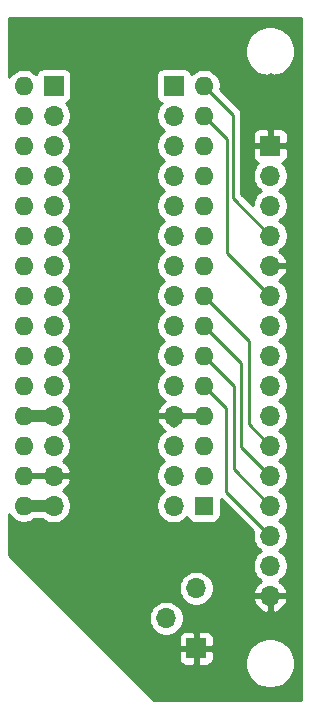
<source format=gbr>
%TF.GenerationSoftware,KiCad,Pcbnew,(5.1.6)-1*%
%TF.CreationDate,2022-01-07T20:02:17-04:00*%
%TF.ProjectId,LCD_adapter,4c43445f-6164-4617-9074-65722e6b6963,rev?*%
%TF.SameCoordinates,Original*%
%TF.FileFunction,Copper,L1,Top*%
%TF.FilePolarity,Positive*%
%FSLAX46Y46*%
G04 Gerber Fmt 4.6, Leading zero omitted, Abs format (unit mm)*
G04 Created by KiCad (PCBNEW (5.1.6)-1) date 2022-01-07 20:02:17*
%MOMM*%
%LPD*%
G01*
G04 APERTURE LIST*
%TA.AperFunction,ComponentPad*%
%ADD10O,1.700000X1.700000*%
%TD*%
%TA.AperFunction,ComponentPad*%
%ADD11R,1.700000X1.700000*%
%TD*%
%TA.AperFunction,ComponentPad*%
%ADD12O,1.600000X1.600000*%
%TD*%
%TA.AperFunction,ComponentPad*%
%ADD13R,1.600000X1.600000*%
%TD*%
%TA.AperFunction,ViaPad*%
%ADD14C,0.800000*%
%TD*%
%TA.AperFunction,Conductor*%
%ADD15C,0.250000*%
%TD*%
%TA.AperFunction,Conductor*%
%ADD16C,1.000000*%
%TD*%
%TA.AperFunction,Conductor*%
%ADD17C,0.400000*%
%TD*%
%TA.AperFunction,Conductor*%
%ADD18C,0.254000*%
%TD*%
G04 APERTURE END LIST*
D10*
%TO.P,J2,15*%
%TO.N,/D1*%
X163830000Y-100330000D03*
%TO.P,J2,14*%
%TO.N,/D0*%
X163830000Y-97790000D03*
%TO.P,J2,13*%
%TO.N,/nRST*%
X163830000Y-95250000D03*
%TO.P,J2,12*%
%TO.N,GND*%
X163830000Y-92710000D03*
%TO.P,J2,11*%
%TO.N,/D2*%
X163830000Y-90170000D03*
%TO.P,J2,10*%
%TO.N,/D3*%
X163830000Y-87630000D03*
%TO.P,J2,9*%
%TO.N,/D4*%
X163830000Y-85090000D03*
%TO.P,J2,8*%
%TO.N,/D5*%
X163830000Y-82550000D03*
%TO.P,J2,7*%
%TO.N,/D6*%
X163830000Y-80010000D03*
%TO.P,J2,6*%
%TO.N,/D7*%
X163830000Y-77470000D03*
%TO.P,J2,5*%
%TO.N,/D8*%
X163830000Y-74930000D03*
%TO.P,J2,4*%
%TO.N,/D9*%
X163830000Y-72390000D03*
%TO.P,J2,3*%
%TO.N,/D10*%
X163830000Y-69850000D03*
%TO.P,J2,2*%
%TO.N,/D11*%
X163830000Y-67310000D03*
D11*
%TO.P,J2,1*%
%TO.N,/D12*%
X163830000Y-64770000D03*
%TD*%
D10*
%TO.P,J1,15*%
%TO.N,/Vin*%
X153670000Y-100330000D03*
%TO.P,J1,14*%
%TO.N,GND*%
X153670000Y-97790000D03*
%TO.P,J1,13*%
%TO.N,/nRST*%
X153670000Y-95250000D03*
%TO.P,J1,12*%
%TO.N,VDD*%
X153670000Y-92710000D03*
%TO.P,J1,11*%
%TO.N,/A7*%
X153670000Y-90170000D03*
%TO.P,J1,10*%
%TO.N,/A6*%
X153670000Y-87630000D03*
%TO.P,J1,9*%
%TO.N,/A5*%
X153670000Y-85090000D03*
%TO.P,J1,8*%
%TO.N,/A4*%
X153670000Y-82550000D03*
%TO.P,J1,7*%
%TO.N,/A3*%
X153670000Y-80010000D03*
%TO.P,J1,6*%
%TO.N,/A2*%
X153670000Y-77470000D03*
%TO.P,J1,5*%
%TO.N,/A1*%
X153670000Y-74930000D03*
%TO.P,J1,4*%
%TO.N,/A0*%
X153670000Y-72390000D03*
%TO.P,J1,3*%
%TO.N,/AREF*%
X153670000Y-69850000D03*
%TO.P,J1,2*%
%TO.N,/3V3*%
X153670000Y-67310000D03*
D11*
%TO.P,J1,1*%
%TO.N,/D13*%
X153670000Y-64770000D03*
%TD*%
D12*
%TO.P,A1,16*%
%TO.N,/D13*%
X151130000Y-64770000D03*
%TO.P,A1,15*%
%TO.N,/D12*%
X166370000Y-64770000D03*
%TO.P,A1,30*%
%TO.N,/Vin*%
X151130000Y-100330000D03*
%TO.P,A1,14*%
%TO.N,/D11*%
X166370000Y-67310000D03*
%TO.P,A1,29*%
%TO.N,GND*%
X151130000Y-97790000D03*
%TO.P,A1,13*%
%TO.N,/D10*%
X166370000Y-69850000D03*
%TO.P,A1,28*%
%TO.N,/nRST*%
X151130000Y-95250000D03*
%TO.P,A1,12*%
%TO.N,/D9*%
X166370000Y-72390000D03*
%TO.P,A1,27*%
%TO.N,VDD*%
X151130000Y-92710000D03*
%TO.P,A1,11*%
%TO.N,/D8*%
X166370000Y-74930000D03*
%TO.P,A1,26*%
%TO.N,/A7*%
X151130000Y-90170000D03*
%TO.P,A1,10*%
%TO.N,/D7*%
X166370000Y-77470000D03*
%TO.P,A1,25*%
%TO.N,/A6*%
X151130000Y-87630000D03*
%TO.P,A1,9*%
%TO.N,/D6*%
X166370000Y-80010000D03*
%TO.P,A1,24*%
%TO.N,/A5*%
X151130000Y-85090000D03*
%TO.P,A1,8*%
%TO.N,/D5*%
X166370000Y-82550000D03*
%TO.P,A1,23*%
%TO.N,/A4*%
X151130000Y-82550000D03*
%TO.P,A1,7*%
%TO.N,/D4*%
X166370000Y-85090000D03*
%TO.P,A1,22*%
%TO.N,/A3*%
X151130000Y-80010000D03*
%TO.P,A1,6*%
%TO.N,/D3*%
X166370000Y-87630000D03*
%TO.P,A1,21*%
%TO.N,/A2*%
X151130000Y-77470000D03*
%TO.P,A1,5*%
%TO.N,/D2*%
X166370000Y-90170000D03*
%TO.P,A1,20*%
%TO.N,/A1*%
X151130000Y-74930000D03*
%TO.P,A1,4*%
%TO.N,GND*%
X166370000Y-92710000D03*
%TO.P,A1,19*%
%TO.N,/A0*%
X151130000Y-72390000D03*
%TO.P,A1,3*%
%TO.N,/nRST*%
X166370000Y-95250000D03*
%TO.P,A1,18*%
%TO.N,/AREF*%
X151130000Y-69850000D03*
%TO.P,A1,2*%
%TO.N,/D0*%
X166370000Y-97790000D03*
%TO.P,A1,17*%
%TO.N,/3V3*%
X151130000Y-67310000D03*
D13*
%TO.P,A1,1*%
%TO.N,/D1*%
X166370000Y-100330000D03*
%TD*%
D10*
%TO.P,RV1,3*%
%TO.N,VDD*%
X165735000Y-107315000D03*
%TO.P,RV1,2*%
%TO.N,Net-(RV1-Pad2)*%
X163195000Y-109855000D03*
D11*
%TO.P,RV1,1*%
%TO.N,GND*%
X165735000Y-112395000D03*
%TD*%
D10*
%TO.P,U1,16*%
%TO.N,GND*%
X172000000Y-107950000D03*
%TO.P,U1,15*%
%TO.N,VDD*%
X172000000Y-105410000D03*
%TO.P,U1,14*%
%TO.N,/D2*%
X172000000Y-102870000D03*
%TO.P,U1,13*%
%TO.N,/D3*%
X172000000Y-100330000D03*
%TO.P,U1,12*%
%TO.N,/D4*%
X172000000Y-97790000D03*
%TO.P,U1,11*%
%TO.N,/D5*%
X172000000Y-95250000D03*
%TO.P,U1,10*%
%TO.N,Net-(U1-Pad10)*%
X172000000Y-92710000D03*
%TO.P,U1,9*%
%TO.N,Net-(U1-Pad9)*%
X172000000Y-90170000D03*
%TO.P,U1,8*%
%TO.N,Net-(U1-Pad8)*%
X172000000Y-87630000D03*
%TO.P,U1,7*%
%TO.N,Net-(U1-Pad7)*%
X172000000Y-85090000D03*
%TO.P,U1,6*%
%TO.N,/D11*%
X172000000Y-82550000D03*
%TO.P,U1,5*%
%TO.N,GND*%
X172000000Y-80010000D03*
%TO.P,U1,4*%
%TO.N,/D12*%
X172000000Y-77470000D03*
%TO.P,U1,3*%
%TO.N,Net-(RV1-Pad2)*%
X172000000Y-74930000D03*
%TO.P,U1,2*%
%TO.N,VDD*%
X172000000Y-72390000D03*
D11*
%TO.P,U1,1*%
%TO.N,GND*%
X172000000Y-69850000D03*
%TD*%
D14*
%TO.N,GND*%
X150495000Y-60325000D03*
X151130000Y-104140000D03*
X167640000Y-110490000D03*
X159385000Y-112395000D03*
X153670000Y-97790000D03*
X159385000Y-103505000D03*
X161290000Y-92710000D03*
X156210000Y-83185000D03*
X163830000Y-93345000D03*
X165735000Y-102235000D03*
X168910000Y-102235000D03*
X172085000Y-67310000D03*
X172085000Y-64135000D03*
X156210000Y-64135000D03*
X161290000Y-64135000D03*
X161290000Y-69215000D03*
X156210000Y-72390000D03*
X156210000Y-92710000D03*
X156210000Y-97790000D03*
X161925000Y-73025000D03*
X161290000Y-83185000D03*
X156210000Y-60325000D03*
X161290000Y-60325000D03*
X167640000Y-60325000D03*
X163195000Y-115570000D03*
X168910000Y-115570000D03*
X173355000Y-110490000D03*
%TO.N,/D8*%
X163830000Y-74930000D03*
%TO.N,/A1*%
X153670000Y-74930000D03*
%TD*%
D15*
%TO.N,/D12*%
X168819998Y-67219998D02*
X166370000Y-64770000D01*
X172000000Y-77470000D02*
X168819998Y-74289998D01*
X168819998Y-74289998D02*
X168819998Y-67219998D01*
%TO.N,/D11*%
X172000000Y-82550000D02*
X168369987Y-78919987D01*
X168369987Y-69309987D02*
X166370000Y-67310000D01*
X168369987Y-78919987D02*
X168369987Y-69309987D01*
D16*
%TO.N,VDD*%
X151130000Y-92710000D02*
X153670000Y-92710000D01*
D15*
%TO.N,/D5*%
X170180000Y-86360000D02*
X166370000Y-82550000D01*
X172000000Y-95250000D02*
X170180000Y-93430000D01*
X170180000Y-93430000D02*
X170180000Y-86360000D01*
%TO.N,/D4*%
X169545000Y-88265000D02*
X166370000Y-85090000D01*
X172000000Y-97790000D02*
X169545000Y-95335000D01*
X169545000Y-95335000D02*
X169545000Y-88265000D01*
%TO.N,/D3*%
X172000000Y-100330000D02*
X168910000Y-97240000D01*
X168910000Y-90170000D02*
X166370000Y-87630000D01*
X168910000Y-97240000D02*
X168910000Y-90170000D01*
%TO.N,/D2*%
X168275000Y-92075000D02*
X166370000Y-90170000D01*
X172000000Y-102870000D02*
X168275000Y-99145000D01*
X168275000Y-99145000D02*
X168275000Y-92075000D01*
D17*
%TO.N,Net-(RV1-Pad2)*%
X172000000Y-74930000D02*
X172000000Y-74845000D01*
D16*
%TO.N,/Vin*%
X151130000Y-100330000D02*
X153670000Y-100330000D01*
%TD*%
D18*
%TO.N,GND*%
G36*
X174600000Y-110457581D02*
G01*
X174600000Y-110457582D01*
X174600001Y-116815000D01*
X162198381Y-116815000D01*
X159239614Y-113856233D01*
X158628381Y-113245000D01*
X164246928Y-113245000D01*
X164259188Y-113369482D01*
X164295498Y-113489180D01*
X164354463Y-113599494D01*
X164433815Y-113696185D01*
X164530506Y-113775537D01*
X164640820Y-113834502D01*
X164760518Y-113870812D01*
X164885000Y-113883072D01*
X165449250Y-113880000D01*
X165608000Y-113721250D01*
X165608000Y-112522000D01*
X165862000Y-112522000D01*
X165862000Y-113721250D01*
X166020750Y-113880000D01*
X166585000Y-113883072D01*
X166709482Y-113870812D01*
X166829180Y-113834502D01*
X166939494Y-113775537D01*
X167036185Y-113696185D01*
X167115537Y-113599494D01*
X167174502Y-113489180D01*
X167184955Y-113454721D01*
X169865000Y-113454721D01*
X169865000Y-113875279D01*
X169947047Y-114287756D01*
X170107988Y-114676302D01*
X170341637Y-115025983D01*
X170639017Y-115323363D01*
X170988698Y-115557012D01*
X171377244Y-115717953D01*
X171789721Y-115800000D01*
X172210279Y-115800000D01*
X172622756Y-115717953D01*
X173011302Y-115557012D01*
X173360983Y-115323363D01*
X173658363Y-115025983D01*
X173892012Y-114676302D01*
X174052953Y-114287756D01*
X174135000Y-113875279D01*
X174135000Y-113454721D01*
X174052953Y-113042244D01*
X173892012Y-112653698D01*
X173658363Y-112304017D01*
X173360983Y-112006637D01*
X173011302Y-111772988D01*
X172622756Y-111612047D01*
X172210279Y-111530000D01*
X171789721Y-111530000D01*
X171377244Y-111612047D01*
X170988698Y-111772988D01*
X170639017Y-112006637D01*
X170341637Y-112304017D01*
X170107988Y-112653698D01*
X169947047Y-113042244D01*
X169865000Y-113454721D01*
X167184955Y-113454721D01*
X167210812Y-113369482D01*
X167223072Y-113245000D01*
X167220000Y-112680750D01*
X167061250Y-112522000D01*
X165862000Y-112522000D01*
X165608000Y-112522000D01*
X164408750Y-112522000D01*
X164250000Y-112680750D01*
X164246928Y-113245000D01*
X158628381Y-113245000D01*
X156928381Y-111545000D01*
X164246928Y-111545000D01*
X164250000Y-112109250D01*
X164408750Y-112268000D01*
X165608000Y-112268000D01*
X165608000Y-111068750D01*
X165862000Y-111068750D01*
X165862000Y-112268000D01*
X167061250Y-112268000D01*
X167220000Y-112109250D01*
X167223072Y-111545000D01*
X167210812Y-111420518D01*
X167174502Y-111300820D01*
X167115537Y-111190506D01*
X167036185Y-111093815D01*
X166939494Y-111014463D01*
X166829180Y-110955498D01*
X166709482Y-110919188D01*
X166585000Y-110906928D01*
X166020750Y-110910000D01*
X165862000Y-111068750D01*
X165608000Y-111068750D01*
X165449250Y-110910000D01*
X164885000Y-110906928D01*
X164760518Y-110919188D01*
X164640820Y-110955498D01*
X164530506Y-111014463D01*
X164433815Y-111093815D01*
X164354463Y-111190506D01*
X164295498Y-111300820D01*
X164259188Y-111420518D01*
X164246928Y-111545000D01*
X156928381Y-111545000D01*
X155092121Y-109708740D01*
X161710000Y-109708740D01*
X161710000Y-110001260D01*
X161767068Y-110288158D01*
X161879010Y-110558411D01*
X162041525Y-110801632D01*
X162248368Y-111008475D01*
X162491589Y-111170990D01*
X162761842Y-111282932D01*
X163048740Y-111340000D01*
X163341260Y-111340000D01*
X163628158Y-111282932D01*
X163898411Y-111170990D01*
X164141632Y-111008475D01*
X164348475Y-110801632D01*
X164510990Y-110558411D01*
X164622932Y-110288158D01*
X164680000Y-110001260D01*
X164680000Y-109708740D01*
X164622932Y-109421842D01*
X164510990Y-109151589D01*
X164348475Y-108908368D01*
X164141632Y-108701525D01*
X163898411Y-108539010D01*
X163628158Y-108427068D01*
X163341260Y-108370000D01*
X163048740Y-108370000D01*
X162761842Y-108427068D01*
X162491589Y-108539010D01*
X162248368Y-108701525D01*
X162041525Y-108908368D01*
X161879010Y-109151589D01*
X161767068Y-109421842D01*
X161710000Y-109708740D01*
X155092121Y-109708740D01*
X152552121Y-107168740D01*
X164250000Y-107168740D01*
X164250000Y-107461260D01*
X164307068Y-107748158D01*
X164419010Y-108018411D01*
X164581525Y-108261632D01*
X164788368Y-108468475D01*
X165031589Y-108630990D01*
X165301842Y-108742932D01*
X165588740Y-108800000D01*
X165881260Y-108800000D01*
X166168158Y-108742932D01*
X166438411Y-108630990D01*
X166681632Y-108468475D01*
X166843217Y-108306890D01*
X170558524Y-108306890D01*
X170603175Y-108454099D01*
X170728359Y-108716920D01*
X170902412Y-108950269D01*
X171118645Y-109145178D01*
X171368748Y-109294157D01*
X171643109Y-109391481D01*
X171873000Y-109270814D01*
X171873000Y-108077000D01*
X172127000Y-108077000D01*
X172127000Y-109270814D01*
X172356891Y-109391481D01*
X172631252Y-109294157D01*
X172881355Y-109145178D01*
X173097588Y-108950269D01*
X173271641Y-108716920D01*
X173396825Y-108454099D01*
X173441476Y-108306890D01*
X173320155Y-108077000D01*
X172127000Y-108077000D01*
X171873000Y-108077000D01*
X170679845Y-108077000D01*
X170558524Y-108306890D01*
X166843217Y-108306890D01*
X166888475Y-108261632D01*
X167050990Y-108018411D01*
X167162932Y-107748158D01*
X167220000Y-107461260D01*
X167220000Y-107168740D01*
X167162932Y-106881842D01*
X167050990Y-106611589D01*
X166888475Y-106368368D01*
X166681632Y-106161525D01*
X166438411Y-105999010D01*
X166168158Y-105887068D01*
X165881260Y-105830000D01*
X165588740Y-105830000D01*
X165301842Y-105887068D01*
X165031589Y-105999010D01*
X164788368Y-106161525D01*
X164581525Y-106368368D01*
X164419010Y-106611589D01*
X164307068Y-106881842D01*
X164250000Y-107168740D01*
X152552121Y-107168740D01*
X149885000Y-104501620D01*
X149885000Y-101049657D01*
X150015363Y-101244759D01*
X150215241Y-101444637D01*
X150450273Y-101601680D01*
X150711426Y-101709853D01*
X150988665Y-101765000D01*
X151271335Y-101765000D01*
X151548574Y-101709853D01*
X151809727Y-101601680D01*
X152014284Y-101465000D01*
X152704893Y-101465000D01*
X152723368Y-101483475D01*
X152966589Y-101645990D01*
X153236842Y-101757932D01*
X153523740Y-101815000D01*
X153816260Y-101815000D01*
X154103158Y-101757932D01*
X154373411Y-101645990D01*
X154616632Y-101483475D01*
X154823475Y-101276632D01*
X154985990Y-101033411D01*
X155097932Y-100763158D01*
X155155000Y-100476260D01*
X155155000Y-100183740D01*
X155097932Y-99896842D01*
X154985990Y-99626589D01*
X154823475Y-99383368D01*
X154616632Y-99176525D01*
X154434466Y-99054805D01*
X154551355Y-98985178D01*
X154767588Y-98790269D01*
X154941641Y-98556920D01*
X155066825Y-98294099D01*
X155111476Y-98146890D01*
X154990155Y-97917000D01*
X153797000Y-97917000D01*
X153797000Y-97937000D01*
X153543000Y-97937000D01*
X153543000Y-97917000D01*
X151257000Y-97917000D01*
X151257000Y-97937000D01*
X151003000Y-97937000D01*
X151003000Y-97917000D01*
X150983000Y-97917000D01*
X150983000Y-97663000D01*
X151003000Y-97663000D01*
X151003000Y-97643000D01*
X151257000Y-97643000D01*
X151257000Y-97663000D01*
X153543000Y-97663000D01*
X153543000Y-97643000D01*
X153797000Y-97643000D01*
X153797000Y-97663000D01*
X154990155Y-97663000D01*
X155111476Y-97433110D01*
X155066825Y-97285901D01*
X154941641Y-97023080D01*
X154767588Y-96789731D01*
X154551355Y-96594822D01*
X154434466Y-96525195D01*
X154616632Y-96403475D01*
X154823475Y-96196632D01*
X154985990Y-95953411D01*
X155097932Y-95683158D01*
X155155000Y-95396260D01*
X155155000Y-95103740D01*
X155097932Y-94816842D01*
X154985990Y-94546589D01*
X154823475Y-94303368D01*
X154616632Y-94096525D01*
X154442240Y-93980000D01*
X154616632Y-93863475D01*
X154823475Y-93656632D01*
X154985990Y-93413411D01*
X155097932Y-93143158D01*
X155155000Y-92856260D01*
X155155000Y-92563740D01*
X155097932Y-92276842D01*
X154985990Y-92006589D01*
X154823475Y-91763368D01*
X154616632Y-91556525D01*
X154442240Y-91440000D01*
X154616632Y-91323475D01*
X154823475Y-91116632D01*
X154985990Y-90873411D01*
X155097932Y-90603158D01*
X155155000Y-90316260D01*
X155155000Y-90023740D01*
X155097932Y-89736842D01*
X154985990Y-89466589D01*
X154823475Y-89223368D01*
X154616632Y-89016525D01*
X154442240Y-88900000D01*
X154616632Y-88783475D01*
X154823475Y-88576632D01*
X154985990Y-88333411D01*
X155097932Y-88063158D01*
X155155000Y-87776260D01*
X155155000Y-87483740D01*
X155097932Y-87196842D01*
X154985990Y-86926589D01*
X154823475Y-86683368D01*
X154616632Y-86476525D01*
X154442240Y-86360000D01*
X154616632Y-86243475D01*
X154823475Y-86036632D01*
X154985990Y-85793411D01*
X155097932Y-85523158D01*
X155155000Y-85236260D01*
X155155000Y-84943740D01*
X155097932Y-84656842D01*
X154985990Y-84386589D01*
X154823475Y-84143368D01*
X154616632Y-83936525D01*
X154442240Y-83820000D01*
X154616632Y-83703475D01*
X154823475Y-83496632D01*
X154985990Y-83253411D01*
X155097932Y-82983158D01*
X155155000Y-82696260D01*
X155155000Y-82403740D01*
X155097932Y-82116842D01*
X154985990Y-81846589D01*
X154823475Y-81603368D01*
X154616632Y-81396525D01*
X154442240Y-81280000D01*
X154616632Y-81163475D01*
X154823475Y-80956632D01*
X154985990Y-80713411D01*
X155097932Y-80443158D01*
X155155000Y-80156260D01*
X155155000Y-79863740D01*
X155097932Y-79576842D01*
X154985990Y-79306589D01*
X154823475Y-79063368D01*
X154616632Y-78856525D01*
X154442240Y-78740000D01*
X154616632Y-78623475D01*
X154823475Y-78416632D01*
X154985990Y-78173411D01*
X155097932Y-77903158D01*
X155155000Y-77616260D01*
X155155000Y-77323740D01*
X155097932Y-77036842D01*
X154985990Y-76766589D01*
X154823475Y-76523368D01*
X154616632Y-76316525D01*
X154442240Y-76200000D01*
X154616632Y-76083475D01*
X154823475Y-75876632D01*
X154985990Y-75633411D01*
X155097932Y-75363158D01*
X155155000Y-75076260D01*
X155155000Y-74783740D01*
X155097932Y-74496842D01*
X154985990Y-74226589D01*
X154823475Y-73983368D01*
X154616632Y-73776525D01*
X154442240Y-73660000D01*
X154616632Y-73543475D01*
X154823475Y-73336632D01*
X154985990Y-73093411D01*
X155097932Y-72823158D01*
X155155000Y-72536260D01*
X155155000Y-72243740D01*
X155097932Y-71956842D01*
X154985990Y-71686589D01*
X154823475Y-71443368D01*
X154616632Y-71236525D01*
X154442240Y-71120000D01*
X154616632Y-71003475D01*
X154823475Y-70796632D01*
X154985990Y-70553411D01*
X155097932Y-70283158D01*
X155155000Y-69996260D01*
X155155000Y-69703740D01*
X155097932Y-69416842D01*
X154985990Y-69146589D01*
X154823475Y-68903368D01*
X154616632Y-68696525D01*
X154442240Y-68580000D01*
X154616632Y-68463475D01*
X154823475Y-68256632D01*
X154985990Y-68013411D01*
X155097932Y-67743158D01*
X155155000Y-67456260D01*
X155155000Y-67163740D01*
X155097932Y-66876842D01*
X154985990Y-66606589D01*
X154823475Y-66363368D01*
X154691620Y-66231513D01*
X154764180Y-66209502D01*
X154874494Y-66150537D01*
X154971185Y-66071185D01*
X155050537Y-65974494D01*
X155109502Y-65864180D01*
X155145812Y-65744482D01*
X155158072Y-65620000D01*
X155158072Y-63920000D01*
X162341928Y-63920000D01*
X162341928Y-65620000D01*
X162354188Y-65744482D01*
X162390498Y-65864180D01*
X162449463Y-65974494D01*
X162528815Y-66071185D01*
X162625506Y-66150537D01*
X162735820Y-66209502D01*
X162808380Y-66231513D01*
X162676525Y-66363368D01*
X162514010Y-66606589D01*
X162402068Y-66876842D01*
X162345000Y-67163740D01*
X162345000Y-67456260D01*
X162402068Y-67743158D01*
X162514010Y-68013411D01*
X162676525Y-68256632D01*
X162883368Y-68463475D01*
X163057760Y-68580000D01*
X162883368Y-68696525D01*
X162676525Y-68903368D01*
X162514010Y-69146589D01*
X162402068Y-69416842D01*
X162345000Y-69703740D01*
X162345000Y-69996260D01*
X162402068Y-70283158D01*
X162514010Y-70553411D01*
X162676525Y-70796632D01*
X162883368Y-71003475D01*
X163057760Y-71120000D01*
X162883368Y-71236525D01*
X162676525Y-71443368D01*
X162514010Y-71686589D01*
X162402068Y-71956842D01*
X162345000Y-72243740D01*
X162345000Y-72536260D01*
X162402068Y-72823158D01*
X162514010Y-73093411D01*
X162676525Y-73336632D01*
X162883368Y-73543475D01*
X163057760Y-73660000D01*
X162883368Y-73776525D01*
X162676525Y-73983368D01*
X162514010Y-74226589D01*
X162402068Y-74496842D01*
X162345000Y-74783740D01*
X162345000Y-75076260D01*
X162402068Y-75363158D01*
X162514010Y-75633411D01*
X162676525Y-75876632D01*
X162883368Y-76083475D01*
X163057760Y-76200000D01*
X162883368Y-76316525D01*
X162676525Y-76523368D01*
X162514010Y-76766589D01*
X162402068Y-77036842D01*
X162345000Y-77323740D01*
X162345000Y-77616260D01*
X162402068Y-77903158D01*
X162514010Y-78173411D01*
X162676525Y-78416632D01*
X162883368Y-78623475D01*
X163057760Y-78740000D01*
X162883368Y-78856525D01*
X162676525Y-79063368D01*
X162514010Y-79306589D01*
X162402068Y-79576842D01*
X162345000Y-79863740D01*
X162345000Y-80156260D01*
X162402068Y-80443158D01*
X162514010Y-80713411D01*
X162676525Y-80956632D01*
X162883368Y-81163475D01*
X163057760Y-81280000D01*
X162883368Y-81396525D01*
X162676525Y-81603368D01*
X162514010Y-81846589D01*
X162402068Y-82116842D01*
X162345000Y-82403740D01*
X162345000Y-82696260D01*
X162402068Y-82983158D01*
X162514010Y-83253411D01*
X162676525Y-83496632D01*
X162883368Y-83703475D01*
X163057760Y-83820000D01*
X162883368Y-83936525D01*
X162676525Y-84143368D01*
X162514010Y-84386589D01*
X162402068Y-84656842D01*
X162345000Y-84943740D01*
X162345000Y-85236260D01*
X162402068Y-85523158D01*
X162514010Y-85793411D01*
X162676525Y-86036632D01*
X162883368Y-86243475D01*
X163057760Y-86360000D01*
X162883368Y-86476525D01*
X162676525Y-86683368D01*
X162514010Y-86926589D01*
X162402068Y-87196842D01*
X162345000Y-87483740D01*
X162345000Y-87776260D01*
X162402068Y-88063158D01*
X162514010Y-88333411D01*
X162676525Y-88576632D01*
X162883368Y-88783475D01*
X163057760Y-88900000D01*
X162883368Y-89016525D01*
X162676525Y-89223368D01*
X162514010Y-89466589D01*
X162402068Y-89736842D01*
X162345000Y-90023740D01*
X162345000Y-90316260D01*
X162402068Y-90603158D01*
X162514010Y-90873411D01*
X162676525Y-91116632D01*
X162883368Y-91323475D01*
X163065534Y-91445195D01*
X162948645Y-91514822D01*
X162732412Y-91709731D01*
X162558359Y-91943080D01*
X162433175Y-92205901D01*
X162388524Y-92353110D01*
X162509845Y-92583000D01*
X163703000Y-92583000D01*
X163703000Y-92563000D01*
X163957000Y-92563000D01*
X163957000Y-92583000D01*
X166243000Y-92583000D01*
X166243000Y-92563000D01*
X166497000Y-92563000D01*
X166497000Y-92583000D01*
X166517000Y-92583000D01*
X166517000Y-92837000D01*
X166497000Y-92837000D01*
X166497000Y-92857000D01*
X166243000Y-92857000D01*
X166243000Y-92837000D01*
X163957000Y-92837000D01*
X163957000Y-92857000D01*
X163703000Y-92857000D01*
X163703000Y-92837000D01*
X162509845Y-92837000D01*
X162388524Y-93066890D01*
X162433175Y-93214099D01*
X162558359Y-93476920D01*
X162732412Y-93710269D01*
X162948645Y-93905178D01*
X163065534Y-93974805D01*
X162883368Y-94096525D01*
X162676525Y-94303368D01*
X162514010Y-94546589D01*
X162402068Y-94816842D01*
X162345000Y-95103740D01*
X162345000Y-95396260D01*
X162402068Y-95683158D01*
X162514010Y-95953411D01*
X162676525Y-96196632D01*
X162883368Y-96403475D01*
X163057760Y-96520000D01*
X162883368Y-96636525D01*
X162676525Y-96843368D01*
X162514010Y-97086589D01*
X162402068Y-97356842D01*
X162345000Y-97643740D01*
X162345000Y-97936260D01*
X162402068Y-98223158D01*
X162514010Y-98493411D01*
X162676525Y-98736632D01*
X162883368Y-98943475D01*
X163057760Y-99060000D01*
X162883368Y-99176525D01*
X162676525Y-99383368D01*
X162514010Y-99626589D01*
X162402068Y-99896842D01*
X162345000Y-100183740D01*
X162345000Y-100476260D01*
X162402068Y-100763158D01*
X162514010Y-101033411D01*
X162676525Y-101276632D01*
X162883368Y-101483475D01*
X163126589Y-101645990D01*
X163396842Y-101757932D01*
X163683740Y-101815000D01*
X163976260Y-101815000D01*
X164263158Y-101757932D01*
X164533411Y-101645990D01*
X164776632Y-101483475D01*
X164958487Y-101301620D01*
X164980498Y-101374180D01*
X165039463Y-101484494D01*
X165118815Y-101581185D01*
X165215506Y-101660537D01*
X165325820Y-101719502D01*
X165445518Y-101755812D01*
X165570000Y-101768072D01*
X167170000Y-101768072D01*
X167294482Y-101755812D01*
X167414180Y-101719502D01*
X167524494Y-101660537D01*
X167621185Y-101581185D01*
X167700537Y-101484494D01*
X167759502Y-101374180D01*
X167795812Y-101254482D01*
X167808072Y-101130000D01*
X167808072Y-99752873D01*
X170558790Y-102503592D01*
X170515000Y-102723740D01*
X170515000Y-103016260D01*
X170572068Y-103303158D01*
X170684010Y-103573411D01*
X170846525Y-103816632D01*
X171053368Y-104023475D01*
X171227760Y-104140000D01*
X171053368Y-104256525D01*
X170846525Y-104463368D01*
X170684010Y-104706589D01*
X170572068Y-104976842D01*
X170515000Y-105263740D01*
X170515000Y-105556260D01*
X170572068Y-105843158D01*
X170684010Y-106113411D01*
X170846525Y-106356632D01*
X171053368Y-106563475D01*
X171235534Y-106685195D01*
X171118645Y-106754822D01*
X170902412Y-106949731D01*
X170728359Y-107183080D01*
X170603175Y-107445901D01*
X170558524Y-107593110D01*
X170679845Y-107823000D01*
X171873000Y-107823000D01*
X171873000Y-107803000D01*
X172127000Y-107803000D01*
X172127000Y-107823000D01*
X173320155Y-107823000D01*
X173441476Y-107593110D01*
X173396825Y-107445901D01*
X173271641Y-107183080D01*
X173097588Y-106949731D01*
X172881355Y-106754822D01*
X172764466Y-106685195D01*
X172946632Y-106563475D01*
X173153475Y-106356632D01*
X173315990Y-106113411D01*
X173427932Y-105843158D01*
X173485000Y-105556260D01*
X173485000Y-105263740D01*
X173427932Y-104976842D01*
X173315990Y-104706589D01*
X173153475Y-104463368D01*
X172946632Y-104256525D01*
X172772240Y-104140000D01*
X172946632Y-104023475D01*
X173153475Y-103816632D01*
X173315990Y-103573411D01*
X173427932Y-103303158D01*
X173485000Y-103016260D01*
X173485000Y-102723740D01*
X173427932Y-102436842D01*
X173315990Y-102166589D01*
X173153475Y-101923368D01*
X172946632Y-101716525D01*
X172772240Y-101600000D01*
X172946632Y-101483475D01*
X173153475Y-101276632D01*
X173315990Y-101033411D01*
X173427932Y-100763158D01*
X173485000Y-100476260D01*
X173485000Y-100183740D01*
X173427932Y-99896842D01*
X173315990Y-99626589D01*
X173153475Y-99383368D01*
X172946632Y-99176525D01*
X172772240Y-99060000D01*
X172946632Y-98943475D01*
X173153475Y-98736632D01*
X173315990Y-98493411D01*
X173427932Y-98223158D01*
X173485000Y-97936260D01*
X173485000Y-97643740D01*
X173427932Y-97356842D01*
X173315990Y-97086589D01*
X173153475Y-96843368D01*
X172946632Y-96636525D01*
X172772240Y-96520000D01*
X172946632Y-96403475D01*
X173153475Y-96196632D01*
X173315990Y-95953411D01*
X173427932Y-95683158D01*
X173485000Y-95396260D01*
X173485000Y-95103740D01*
X173427932Y-94816842D01*
X173315990Y-94546589D01*
X173153475Y-94303368D01*
X172946632Y-94096525D01*
X172772240Y-93980000D01*
X172946632Y-93863475D01*
X173153475Y-93656632D01*
X173315990Y-93413411D01*
X173427932Y-93143158D01*
X173485000Y-92856260D01*
X173485000Y-92563740D01*
X173427932Y-92276842D01*
X173315990Y-92006589D01*
X173153475Y-91763368D01*
X172946632Y-91556525D01*
X172772240Y-91440000D01*
X172946632Y-91323475D01*
X173153475Y-91116632D01*
X173315990Y-90873411D01*
X173427932Y-90603158D01*
X173485000Y-90316260D01*
X173485000Y-90023740D01*
X173427932Y-89736842D01*
X173315990Y-89466589D01*
X173153475Y-89223368D01*
X172946632Y-89016525D01*
X172772240Y-88900000D01*
X172946632Y-88783475D01*
X173153475Y-88576632D01*
X173315990Y-88333411D01*
X173427932Y-88063158D01*
X173485000Y-87776260D01*
X173485000Y-87483740D01*
X173427932Y-87196842D01*
X173315990Y-86926589D01*
X173153475Y-86683368D01*
X172946632Y-86476525D01*
X172772240Y-86360000D01*
X172946632Y-86243475D01*
X173153475Y-86036632D01*
X173315990Y-85793411D01*
X173427932Y-85523158D01*
X173485000Y-85236260D01*
X173485000Y-84943740D01*
X173427932Y-84656842D01*
X173315990Y-84386589D01*
X173153475Y-84143368D01*
X172946632Y-83936525D01*
X172772240Y-83820000D01*
X172946632Y-83703475D01*
X173153475Y-83496632D01*
X173315990Y-83253411D01*
X173427932Y-82983158D01*
X173485000Y-82696260D01*
X173485000Y-82403740D01*
X173427932Y-82116842D01*
X173315990Y-81846589D01*
X173153475Y-81603368D01*
X172946632Y-81396525D01*
X172764466Y-81274805D01*
X172881355Y-81205178D01*
X173097588Y-81010269D01*
X173271641Y-80776920D01*
X173396825Y-80514099D01*
X173441476Y-80366890D01*
X173320155Y-80137000D01*
X172127000Y-80137000D01*
X172127000Y-80157000D01*
X171873000Y-80157000D01*
X171873000Y-80137000D01*
X171853000Y-80137000D01*
X171853000Y-79883000D01*
X171873000Y-79883000D01*
X171873000Y-79863000D01*
X172127000Y-79863000D01*
X172127000Y-79883000D01*
X173320155Y-79883000D01*
X173441476Y-79653110D01*
X173396825Y-79505901D01*
X173271641Y-79243080D01*
X173097588Y-79009731D01*
X172881355Y-78814822D01*
X172764466Y-78745195D01*
X172946632Y-78623475D01*
X173153475Y-78416632D01*
X173315990Y-78173411D01*
X173427932Y-77903158D01*
X173485000Y-77616260D01*
X173485000Y-77323740D01*
X173427932Y-77036842D01*
X173315990Y-76766589D01*
X173153475Y-76523368D01*
X172946632Y-76316525D01*
X172772240Y-76200000D01*
X172946632Y-76083475D01*
X173153475Y-75876632D01*
X173315990Y-75633411D01*
X173427932Y-75363158D01*
X173485000Y-75076260D01*
X173485000Y-74783740D01*
X173427932Y-74496842D01*
X173315990Y-74226589D01*
X173153475Y-73983368D01*
X172946632Y-73776525D01*
X172772240Y-73660000D01*
X172946632Y-73543475D01*
X173153475Y-73336632D01*
X173315990Y-73093411D01*
X173427932Y-72823158D01*
X173485000Y-72536260D01*
X173485000Y-72243740D01*
X173427932Y-71956842D01*
X173315990Y-71686589D01*
X173153475Y-71443368D01*
X173021620Y-71311513D01*
X173094180Y-71289502D01*
X173204494Y-71230537D01*
X173301185Y-71151185D01*
X173380537Y-71054494D01*
X173439502Y-70944180D01*
X173475812Y-70824482D01*
X173488072Y-70700000D01*
X173485000Y-70135750D01*
X173326250Y-69977000D01*
X172127000Y-69977000D01*
X172127000Y-69997000D01*
X171873000Y-69997000D01*
X171873000Y-69977000D01*
X170673750Y-69977000D01*
X170515000Y-70135750D01*
X170511928Y-70700000D01*
X170524188Y-70824482D01*
X170560498Y-70944180D01*
X170619463Y-71054494D01*
X170698815Y-71151185D01*
X170795506Y-71230537D01*
X170905820Y-71289502D01*
X170978380Y-71311513D01*
X170846525Y-71443368D01*
X170684010Y-71686589D01*
X170572068Y-71956842D01*
X170515000Y-72243740D01*
X170515000Y-72536260D01*
X170572068Y-72823158D01*
X170684010Y-73093411D01*
X170846525Y-73336632D01*
X171053368Y-73543475D01*
X171227760Y-73660000D01*
X171053368Y-73776525D01*
X170846525Y-73983368D01*
X170684010Y-74226589D01*
X170572068Y-74496842D01*
X170515000Y-74783740D01*
X170515000Y-74910199D01*
X169579998Y-73975197D01*
X169579998Y-69000000D01*
X170511928Y-69000000D01*
X170515000Y-69564250D01*
X170673750Y-69723000D01*
X171873000Y-69723000D01*
X171873000Y-68523750D01*
X172127000Y-68523750D01*
X172127000Y-69723000D01*
X173326250Y-69723000D01*
X173485000Y-69564250D01*
X173488072Y-69000000D01*
X173475812Y-68875518D01*
X173439502Y-68755820D01*
X173380537Y-68645506D01*
X173301185Y-68548815D01*
X173204494Y-68469463D01*
X173094180Y-68410498D01*
X172974482Y-68374188D01*
X172850000Y-68361928D01*
X172285750Y-68365000D01*
X172127000Y-68523750D01*
X171873000Y-68523750D01*
X171714250Y-68365000D01*
X171150000Y-68361928D01*
X171025518Y-68374188D01*
X170905820Y-68410498D01*
X170795506Y-68469463D01*
X170698815Y-68548815D01*
X170619463Y-68645506D01*
X170560498Y-68755820D01*
X170524188Y-68875518D01*
X170511928Y-69000000D01*
X169579998Y-69000000D01*
X169579998Y-67257320D01*
X169583674Y-67219997D01*
X169579998Y-67182674D01*
X169579998Y-67182665D01*
X169569001Y-67071012D01*
X169525544Y-66927751D01*
X169454972Y-66795722D01*
X169433862Y-66769999D01*
X169383797Y-66708994D01*
X169383793Y-66708990D01*
X169359999Y-66679997D01*
X169331006Y-66656203D01*
X167768688Y-65093886D01*
X167805000Y-64911335D01*
X167805000Y-64628665D01*
X167749853Y-64351426D01*
X167641680Y-64090273D01*
X167484637Y-63855241D01*
X167284759Y-63655363D01*
X167049727Y-63498320D01*
X166788574Y-63390147D01*
X166511335Y-63335000D01*
X166228665Y-63335000D01*
X165951426Y-63390147D01*
X165690273Y-63498320D01*
X165455241Y-63655363D01*
X165306643Y-63803961D01*
X165305812Y-63795518D01*
X165269502Y-63675820D01*
X165210537Y-63565506D01*
X165131185Y-63468815D01*
X165034494Y-63389463D01*
X164924180Y-63330498D01*
X164804482Y-63294188D01*
X164680000Y-63281928D01*
X162980000Y-63281928D01*
X162855518Y-63294188D01*
X162735820Y-63330498D01*
X162625506Y-63389463D01*
X162528815Y-63468815D01*
X162449463Y-63565506D01*
X162390498Y-63675820D01*
X162354188Y-63795518D01*
X162341928Y-63920000D01*
X155158072Y-63920000D01*
X155145812Y-63795518D01*
X155109502Y-63675820D01*
X155050537Y-63565506D01*
X154971185Y-63468815D01*
X154874494Y-63389463D01*
X154764180Y-63330498D01*
X154644482Y-63294188D01*
X154520000Y-63281928D01*
X152820000Y-63281928D01*
X152695518Y-63294188D01*
X152575820Y-63330498D01*
X152465506Y-63389463D01*
X152368815Y-63468815D01*
X152289463Y-63565506D01*
X152230498Y-63675820D01*
X152194188Y-63795518D01*
X152193357Y-63803961D01*
X152044759Y-63655363D01*
X151809727Y-63498320D01*
X151548574Y-63390147D01*
X151271335Y-63335000D01*
X150988665Y-63335000D01*
X150711426Y-63390147D01*
X150450273Y-63498320D01*
X150215241Y-63655363D01*
X150015363Y-63855241D01*
X149885000Y-64050343D01*
X149885000Y-61639721D01*
X169865000Y-61639721D01*
X169865000Y-62060279D01*
X169947047Y-62472756D01*
X170107988Y-62861302D01*
X170341637Y-63210983D01*
X170639017Y-63508363D01*
X170988698Y-63742012D01*
X171377244Y-63902953D01*
X171789721Y-63985000D01*
X172210279Y-63985000D01*
X172622756Y-63902953D01*
X173011302Y-63742012D01*
X173360983Y-63508363D01*
X173658363Y-63210983D01*
X173892012Y-62861302D01*
X174052953Y-62472756D01*
X174135000Y-62060279D01*
X174135000Y-61639721D01*
X174052953Y-61227244D01*
X173892012Y-60838698D01*
X173658363Y-60489017D01*
X173360983Y-60191637D01*
X173011302Y-59957988D01*
X172622756Y-59797047D01*
X172210279Y-59715000D01*
X171789721Y-59715000D01*
X171377244Y-59797047D01*
X170988698Y-59957988D01*
X170639017Y-60191637D01*
X170341637Y-60489017D01*
X170107988Y-60838698D01*
X169947047Y-61227244D01*
X169865000Y-61639721D01*
X149885000Y-61639721D01*
X149885000Y-59080000D01*
X174600001Y-59080000D01*
X174600000Y-110457581D01*
G37*
X174600000Y-110457581D02*
X174600000Y-110457582D01*
X174600001Y-116815000D01*
X162198381Y-116815000D01*
X159239614Y-113856233D01*
X158628381Y-113245000D01*
X164246928Y-113245000D01*
X164259188Y-113369482D01*
X164295498Y-113489180D01*
X164354463Y-113599494D01*
X164433815Y-113696185D01*
X164530506Y-113775537D01*
X164640820Y-113834502D01*
X164760518Y-113870812D01*
X164885000Y-113883072D01*
X165449250Y-113880000D01*
X165608000Y-113721250D01*
X165608000Y-112522000D01*
X165862000Y-112522000D01*
X165862000Y-113721250D01*
X166020750Y-113880000D01*
X166585000Y-113883072D01*
X166709482Y-113870812D01*
X166829180Y-113834502D01*
X166939494Y-113775537D01*
X167036185Y-113696185D01*
X167115537Y-113599494D01*
X167174502Y-113489180D01*
X167184955Y-113454721D01*
X169865000Y-113454721D01*
X169865000Y-113875279D01*
X169947047Y-114287756D01*
X170107988Y-114676302D01*
X170341637Y-115025983D01*
X170639017Y-115323363D01*
X170988698Y-115557012D01*
X171377244Y-115717953D01*
X171789721Y-115800000D01*
X172210279Y-115800000D01*
X172622756Y-115717953D01*
X173011302Y-115557012D01*
X173360983Y-115323363D01*
X173658363Y-115025983D01*
X173892012Y-114676302D01*
X174052953Y-114287756D01*
X174135000Y-113875279D01*
X174135000Y-113454721D01*
X174052953Y-113042244D01*
X173892012Y-112653698D01*
X173658363Y-112304017D01*
X173360983Y-112006637D01*
X173011302Y-111772988D01*
X172622756Y-111612047D01*
X172210279Y-111530000D01*
X171789721Y-111530000D01*
X171377244Y-111612047D01*
X170988698Y-111772988D01*
X170639017Y-112006637D01*
X170341637Y-112304017D01*
X170107988Y-112653698D01*
X169947047Y-113042244D01*
X169865000Y-113454721D01*
X167184955Y-113454721D01*
X167210812Y-113369482D01*
X167223072Y-113245000D01*
X167220000Y-112680750D01*
X167061250Y-112522000D01*
X165862000Y-112522000D01*
X165608000Y-112522000D01*
X164408750Y-112522000D01*
X164250000Y-112680750D01*
X164246928Y-113245000D01*
X158628381Y-113245000D01*
X156928381Y-111545000D01*
X164246928Y-111545000D01*
X164250000Y-112109250D01*
X164408750Y-112268000D01*
X165608000Y-112268000D01*
X165608000Y-111068750D01*
X165862000Y-111068750D01*
X165862000Y-112268000D01*
X167061250Y-112268000D01*
X167220000Y-112109250D01*
X167223072Y-111545000D01*
X167210812Y-111420518D01*
X167174502Y-111300820D01*
X167115537Y-111190506D01*
X167036185Y-111093815D01*
X166939494Y-111014463D01*
X166829180Y-110955498D01*
X166709482Y-110919188D01*
X166585000Y-110906928D01*
X166020750Y-110910000D01*
X165862000Y-111068750D01*
X165608000Y-111068750D01*
X165449250Y-110910000D01*
X164885000Y-110906928D01*
X164760518Y-110919188D01*
X164640820Y-110955498D01*
X164530506Y-111014463D01*
X164433815Y-111093815D01*
X164354463Y-111190506D01*
X164295498Y-111300820D01*
X164259188Y-111420518D01*
X164246928Y-111545000D01*
X156928381Y-111545000D01*
X155092121Y-109708740D01*
X161710000Y-109708740D01*
X161710000Y-110001260D01*
X161767068Y-110288158D01*
X161879010Y-110558411D01*
X162041525Y-110801632D01*
X162248368Y-111008475D01*
X162491589Y-111170990D01*
X162761842Y-111282932D01*
X163048740Y-111340000D01*
X163341260Y-111340000D01*
X163628158Y-111282932D01*
X163898411Y-111170990D01*
X164141632Y-111008475D01*
X164348475Y-110801632D01*
X164510990Y-110558411D01*
X164622932Y-110288158D01*
X164680000Y-110001260D01*
X164680000Y-109708740D01*
X164622932Y-109421842D01*
X164510990Y-109151589D01*
X164348475Y-108908368D01*
X164141632Y-108701525D01*
X163898411Y-108539010D01*
X163628158Y-108427068D01*
X163341260Y-108370000D01*
X163048740Y-108370000D01*
X162761842Y-108427068D01*
X162491589Y-108539010D01*
X162248368Y-108701525D01*
X162041525Y-108908368D01*
X161879010Y-109151589D01*
X161767068Y-109421842D01*
X161710000Y-109708740D01*
X155092121Y-109708740D01*
X152552121Y-107168740D01*
X164250000Y-107168740D01*
X164250000Y-107461260D01*
X164307068Y-107748158D01*
X164419010Y-108018411D01*
X164581525Y-108261632D01*
X164788368Y-108468475D01*
X165031589Y-108630990D01*
X165301842Y-108742932D01*
X165588740Y-108800000D01*
X165881260Y-108800000D01*
X166168158Y-108742932D01*
X166438411Y-108630990D01*
X166681632Y-108468475D01*
X166843217Y-108306890D01*
X170558524Y-108306890D01*
X170603175Y-108454099D01*
X170728359Y-108716920D01*
X170902412Y-108950269D01*
X171118645Y-109145178D01*
X171368748Y-109294157D01*
X171643109Y-109391481D01*
X171873000Y-109270814D01*
X171873000Y-108077000D01*
X172127000Y-108077000D01*
X172127000Y-109270814D01*
X172356891Y-109391481D01*
X172631252Y-109294157D01*
X172881355Y-109145178D01*
X173097588Y-108950269D01*
X173271641Y-108716920D01*
X173396825Y-108454099D01*
X173441476Y-108306890D01*
X173320155Y-108077000D01*
X172127000Y-108077000D01*
X171873000Y-108077000D01*
X170679845Y-108077000D01*
X170558524Y-108306890D01*
X166843217Y-108306890D01*
X166888475Y-108261632D01*
X167050990Y-108018411D01*
X167162932Y-107748158D01*
X167220000Y-107461260D01*
X167220000Y-107168740D01*
X167162932Y-106881842D01*
X167050990Y-106611589D01*
X166888475Y-106368368D01*
X166681632Y-106161525D01*
X166438411Y-105999010D01*
X166168158Y-105887068D01*
X165881260Y-105830000D01*
X165588740Y-105830000D01*
X165301842Y-105887068D01*
X165031589Y-105999010D01*
X164788368Y-106161525D01*
X164581525Y-106368368D01*
X164419010Y-106611589D01*
X164307068Y-106881842D01*
X164250000Y-107168740D01*
X152552121Y-107168740D01*
X149885000Y-104501620D01*
X149885000Y-101049657D01*
X150015363Y-101244759D01*
X150215241Y-101444637D01*
X150450273Y-101601680D01*
X150711426Y-101709853D01*
X150988665Y-101765000D01*
X151271335Y-101765000D01*
X151548574Y-101709853D01*
X151809727Y-101601680D01*
X152014284Y-101465000D01*
X152704893Y-101465000D01*
X152723368Y-101483475D01*
X152966589Y-101645990D01*
X153236842Y-101757932D01*
X153523740Y-101815000D01*
X153816260Y-101815000D01*
X154103158Y-101757932D01*
X154373411Y-101645990D01*
X154616632Y-101483475D01*
X154823475Y-101276632D01*
X154985990Y-101033411D01*
X155097932Y-100763158D01*
X155155000Y-100476260D01*
X155155000Y-100183740D01*
X155097932Y-99896842D01*
X154985990Y-99626589D01*
X154823475Y-99383368D01*
X154616632Y-99176525D01*
X154434466Y-99054805D01*
X154551355Y-98985178D01*
X154767588Y-98790269D01*
X154941641Y-98556920D01*
X155066825Y-98294099D01*
X155111476Y-98146890D01*
X154990155Y-97917000D01*
X153797000Y-97917000D01*
X153797000Y-97937000D01*
X153543000Y-97937000D01*
X153543000Y-97917000D01*
X151257000Y-97917000D01*
X151257000Y-97937000D01*
X151003000Y-97937000D01*
X151003000Y-97917000D01*
X150983000Y-97917000D01*
X150983000Y-97663000D01*
X151003000Y-97663000D01*
X151003000Y-97643000D01*
X151257000Y-97643000D01*
X151257000Y-97663000D01*
X153543000Y-97663000D01*
X153543000Y-97643000D01*
X153797000Y-97643000D01*
X153797000Y-97663000D01*
X154990155Y-97663000D01*
X155111476Y-97433110D01*
X155066825Y-97285901D01*
X154941641Y-97023080D01*
X154767588Y-96789731D01*
X154551355Y-96594822D01*
X154434466Y-96525195D01*
X154616632Y-96403475D01*
X154823475Y-96196632D01*
X154985990Y-95953411D01*
X155097932Y-95683158D01*
X155155000Y-95396260D01*
X155155000Y-95103740D01*
X155097932Y-94816842D01*
X154985990Y-94546589D01*
X154823475Y-94303368D01*
X154616632Y-94096525D01*
X154442240Y-93980000D01*
X154616632Y-93863475D01*
X154823475Y-93656632D01*
X154985990Y-93413411D01*
X155097932Y-93143158D01*
X155155000Y-92856260D01*
X155155000Y-92563740D01*
X155097932Y-92276842D01*
X154985990Y-92006589D01*
X154823475Y-91763368D01*
X154616632Y-91556525D01*
X154442240Y-91440000D01*
X154616632Y-91323475D01*
X154823475Y-91116632D01*
X154985990Y-90873411D01*
X155097932Y-90603158D01*
X155155000Y-90316260D01*
X155155000Y-90023740D01*
X155097932Y-89736842D01*
X154985990Y-89466589D01*
X154823475Y-89223368D01*
X154616632Y-89016525D01*
X154442240Y-88900000D01*
X154616632Y-88783475D01*
X154823475Y-88576632D01*
X154985990Y-88333411D01*
X155097932Y-88063158D01*
X155155000Y-87776260D01*
X155155000Y-87483740D01*
X155097932Y-87196842D01*
X154985990Y-86926589D01*
X154823475Y-86683368D01*
X154616632Y-86476525D01*
X154442240Y-86360000D01*
X154616632Y-86243475D01*
X154823475Y-86036632D01*
X154985990Y-85793411D01*
X155097932Y-85523158D01*
X155155000Y-85236260D01*
X155155000Y-84943740D01*
X155097932Y-84656842D01*
X154985990Y-84386589D01*
X154823475Y-84143368D01*
X154616632Y-83936525D01*
X154442240Y-83820000D01*
X154616632Y-83703475D01*
X154823475Y-83496632D01*
X154985990Y-83253411D01*
X155097932Y-82983158D01*
X155155000Y-82696260D01*
X155155000Y-82403740D01*
X155097932Y-82116842D01*
X154985990Y-81846589D01*
X154823475Y-81603368D01*
X154616632Y-81396525D01*
X154442240Y-81280000D01*
X154616632Y-81163475D01*
X154823475Y-80956632D01*
X154985990Y-80713411D01*
X155097932Y-80443158D01*
X155155000Y-80156260D01*
X155155000Y-79863740D01*
X155097932Y-79576842D01*
X154985990Y-79306589D01*
X154823475Y-79063368D01*
X154616632Y-78856525D01*
X154442240Y-78740000D01*
X154616632Y-78623475D01*
X154823475Y-78416632D01*
X154985990Y-78173411D01*
X155097932Y-77903158D01*
X155155000Y-77616260D01*
X155155000Y-77323740D01*
X155097932Y-77036842D01*
X154985990Y-76766589D01*
X154823475Y-76523368D01*
X154616632Y-76316525D01*
X154442240Y-76200000D01*
X154616632Y-76083475D01*
X154823475Y-75876632D01*
X154985990Y-75633411D01*
X155097932Y-75363158D01*
X155155000Y-75076260D01*
X155155000Y-74783740D01*
X155097932Y-74496842D01*
X154985990Y-74226589D01*
X154823475Y-73983368D01*
X154616632Y-73776525D01*
X154442240Y-73660000D01*
X154616632Y-73543475D01*
X154823475Y-73336632D01*
X154985990Y-73093411D01*
X155097932Y-72823158D01*
X155155000Y-72536260D01*
X155155000Y-72243740D01*
X155097932Y-71956842D01*
X154985990Y-71686589D01*
X154823475Y-71443368D01*
X154616632Y-71236525D01*
X154442240Y-71120000D01*
X154616632Y-71003475D01*
X154823475Y-70796632D01*
X154985990Y-70553411D01*
X155097932Y-70283158D01*
X155155000Y-69996260D01*
X155155000Y-69703740D01*
X155097932Y-69416842D01*
X154985990Y-69146589D01*
X154823475Y-68903368D01*
X154616632Y-68696525D01*
X154442240Y-68580000D01*
X154616632Y-68463475D01*
X154823475Y-68256632D01*
X154985990Y-68013411D01*
X155097932Y-67743158D01*
X155155000Y-67456260D01*
X155155000Y-67163740D01*
X155097932Y-66876842D01*
X154985990Y-66606589D01*
X154823475Y-66363368D01*
X154691620Y-66231513D01*
X154764180Y-66209502D01*
X154874494Y-66150537D01*
X154971185Y-66071185D01*
X155050537Y-65974494D01*
X155109502Y-65864180D01*
X155145812Y-65744482D01*
X155158072Y-65620000D01*
X155158072Y-63920000D01*
X162341928Y-63920000D01*
X162341928Y-65620000D01*
X162354188Y-65744482D01*
X162390498Y-65864180D01*
X162449463Y-65974494D01*
X162528815Y-66071185D01*
X162625506Y-66150537D01*
X162735820Y-66209502D01*
X162808380Y-66231513D01*
X162676525Y-66363368D01*
X162514010Y-66606589D01*
X162402068Y-66876842D01*
X162345000Y-67163740D01*
X162345000Y-67456260D01*
X162402068Y-67743158D01*
X162514010Y-68013411D01*
X162676525Y-68256632D01*
X162883368Y-68463475D01*
X163057760Y-68580000D01*
X162883368Y-68696525D01*
X162676525Y-68903368D01*
X162514010Y-69146589D01*
X162402068Y-69416842D01*
X162345000Y-69703740D01*
X162345000Y-69996260D01*
X162402068Y-70283158D01*
X162514010Y-70553411D01*
X162676525Y-70796632D01*
X162883368Y-71003475D01*
X163057760Y-71120000D01*
X162883368Y-71236525D01*
X162676525Y-71443368D01*
X162514010Y-71686589D01*
X162402068Y-71956842D01*
X162345000Y-72243740D01*
X162345000Y-72536260D01*
X162402068Y-72823158D01*
X162514010Y-73093411D01*
X162676525Y-73336632D01*
X162883368Y-73543475D01*
X163057760Y-73660000D01*
X162883368Y-73776525D01*
X162676525Y-73983368D01*
X162514010Y-74226589D01*
X162402068Y-74496842D01*
X162345000Y-74783740D01*
X162345000Y-75076260D01*
X162402068Y-75363158D01*
X162514010Y-75633411D01*
X162676525Y-75876632D01*
X162883368Y-76083475D01*
X163057760Y-76200000D01*
X162883368Y-76316525D01*
X162676525Y-76523368D01*
X162514010Y-76766589D01*
X162402068Y-77036842D01*
X162345000Y-77323740D01*
X162345000Y-77616260D01*
X162402068Y-77903158D01*
X162514010Y-78173411D01*
X162676525Y-78416632D01*
X162883368Y-78623475D01*
X163057760Y-78740000D01*
X162883368Y-78856525D01*
X162676525Y-79063368D01*
X162514010Y-79306589D01*
X162402068Y-79576842D01*
X162345000Y-79863740D01*
X162345000Y-80156260D01*
X162402068Y-80443158D01*
X162514010Y-80713411D01*
X162676525Y-80956632D01*
X162883368Y-81163475D01*
X163057760Y-81280000D01*
X162883368Y-81396525D01*
X162676525Y-81603368D01*
X162514010Y-81846589D01*
X162402068Y-82116842D01*
X162345000Y-82403740D01*
X162345000Y-82696260D01*
X162402068Y-82983158D01*
X162514010Y-83253411D01*
X162676525Y-83496632D01*
X162883368Y-83703475D01*
X163057760Y-83820000D01*
X162883368Y-83936525D01*
X162676525Y-84143368D01*
X162514010Y-84386589D01*
X162402068Y-84656842D01*
X162345000Y-84943740D01*
X162345000Y-85236260D01*
X162402068Y-85523158D01*
X162514010Y-85793411D01*
X162676525Y-86036632D01*
X162883368Y-86243475D01*
X163057760Y-86360000D01*
X162883368Y-86476525D01*
X162676525Y-86683368D01*
X162514010Y-86926589D01*
X162402068Y-87196842D01*
X162345000Y-87483740D01*
X162345000Y-87776260D01*
X162402068Y-88063158D01*
X162514010Y-88333411D01*
X162676525Y-88576632D01*
X162883368Y-88783475D01*
X163057760Y-88900000D01*
X162883368Y-89016525D01*
X162676525Y-89223368D01*
X162514010Y-89466589D01*
X162402068Y-89736842D01*
X162345000Y-90023740D01*
X162345000Y-90316260D01*
X162402068Y-90603158D01*
X162514010Y-90873411D01*
X162676525Y-91116632D01*
X162883368Y-91323475D01*
X163065534Y-91445195D01*
X162948645Y-91514822D01*
X162732412Y-91709731D01*
X162558359Y-91943080D01*
X162433175Y-92205901D01*
X162388524Y-92353110D01*
X162509845Y-92583000D01*
X163703000Y-92583000D01*
X163703000Y-92563000D01*
X163957000Y-92563000D01*
X163957000Y-92583000D01*
X166243000Y-92583000D01*
X166243000Y-92563000D01*
X166497000Y-92563000D01*
X166497000Y-92583000D01*
X166517000Y-92583000D01*
X166517000Y-92837000D01*
X166497000Y-92837000D01*
X166497000Y-92857000D01*
X166243000Y-92857000D01*
X166243000Y-92837000D01*
X163957000Y-92837000D01*
X163957000Y-92857000D01*
X163703000Y-92857000D01*
X163703000Y-92837000D01*
X162509845Y-92837000D01*
X162388524Y-93066890D01*
X162433175Y-93214099D01*
X162558359Y-93476920D01*
X162732412Y-93710269D01*
X162948645Y-93905178D01*
X163065534Y-93974805D01*
X162883368Y-94096525D01*
X162676525Y-94303368D01*
X162514010Y-94546589D01*
X162402068Y-94816842D01*
X162345000Y-95103740D01*
X162345000Y-95396260D01*
X162402068Y-95683158D01*
X162514010Y-95953411D01*
X162676525Y-96196632D01*
X162883368Y-96403475D01*
X163057760Y-96520000D01*
X162883368Y-96636525D01*
X162676525Y-96843368D01*
X162514010Y-97086589D01*
X162402068Y-97356842D01*
X162345000Y-97643740D01*
X162345000Y-97936260D01*
X162402068Y-98223158D01*
X162514010Y-98493411D01*
X162676525Y-98736632D01*
X162883368Y-98943475D01*
X163057760Y-99060000D01*
X162883368Y-99176525D01*
X162676525Y-99383368D01*
X162514010Y-99626589D01*
X162402068Y-99896842D01*
X162345000Y-100183740D01*
X162345000Y-100476260D01*
X162402068Y-100763158D01*
X162514010Y-101033411D01*
X162676525Y-101276632D01*
X162883368Y-101483475D01*
X163126589Y-101645990D01*
X163396842Y-101757932D01*
X163683740Y-101815000D01*
X163976260Y-101815000D01*
X164263158Y-101757932D01*
X164533411Y-101645990D01*
X164776632Y-101483475D01*
X164958487Y-101301620D01*
X164980498Y-101374180D01*
X165039463Y-101484494D01*
X165118815Y-101581185D01*
X165215506Y-101660537D01*
X165325820Y-101719502D01*
X165445518Y-101755812D01*
X165570000Y-101768072D01*
X167170000Y-101768072D01*
X167294482Y-101755812D01*
X167414180Y-101719502D01*
X167524494Y-101660537D01*
X167621185Y-101581185D01*
X167700537Y-101484494D01*
X167759502Y-101374180D01*
X167795812Y-101254482D01*
X167808072Y-101130000D01*
X167808072Y-99752873D01*
X170558790Y-102503592D01*
X170515000Y-102723740D01*
X170515000Y-103016260D01*
X170572068Y-103303158D01*
X170684010Y-103573411D01*
X170846525Y-103816632D01*
X171053368Y-104023475D01*
X171227760Y-104140000D01*
X171053368Y-104256525D01*
X170846525Y-104463368D01*
X170684010Y-104706589D01*
X170572068Y-104976842D01*
X170515000Y-105263740D01*
X170515000Y-105556260D01*
X170572068Y-105843158D01*
X170684010Y-106113411D01*
X170846525Y-106356632D01*
X171053368Y-106563475D01*
X171235534Y-106685195D01*
X171118645Y-106754822D01*
X170902412Y-106949731D01*
X170728359Y-107183080D01*
X170603175Y-107445901D01*
X170558524Y-107593110D01*
X170679845Y-107823000D01*
X171873000Y-107823000D01*
X171873000Y-107803000D01*
X172127000Y-107803000D01*
X172127000Y-107823000D01*
X173320155Y-107823000D01*
X173441476Y-107593110D01*
X173396825Y-107445901D01*
X173271641Y-107183080D01*
X173097588Y-106949731D01*
X172881355Y-106754822D01*
X172764466Y-106685195D01*
X172946632Y-106563475D01*
X173153475Y-106356632D01*
X173315990Y-106113411D01*
X173427932Y-105843158D01*
X173485000Y-105556260D01*
X173485000Y-105263740D01*
X173427932Y-104976842D01*
X173315990Y-104706589D01*
X173153475Y-104463368D01*
X172946632Y-104256525D01*
X172772240Y-104140000D01*
X172946632Y-104023475D01*
X173153475Y-103816632D01*
X173315990Y-103573411D01*
X173427932Y-103303158D01*
X173485000Y-103016260D01*
X173485000Y-102723740D01*
X173427932Y-102436842D01*
X173315990Y-102166589D01*
X173153475Y-101923368D01*
X172946632Y-101716525D01*
X172772240Y-101600000D01*
X172946632Y-101483475D01*
X173153475Y-101276632D01*
X173315990Y-101033411D01*
X173427932Y-100763158D01*
X173485000Y-100476260D01*
X173485000Y-100183740D01*
X173427932Y-99896842D01*
X173315990Y-99626589D01*
X173153475Y-99383368D01*
X172946632Y-99176525D01*
X172772240Y-99060000D01*
X172946632Y-98943475D01*
X173153475Y-98736632D01*
X173315990Y-98493411D01*
X173427932Y-98223158D01*
X173485000Y-97936260D01*
X173485000Y-97643740D01*
X173427932Y-97356842D01*
X173315990Y-97086589D01*
X173153475Y-96843368D01*
X172946632Y-96636525D01*
X172772240Y-96520000D01*
X172946632Y-96403475D01*
X173153475Y-96196632D01*
X173315990Y-95953411D01*
X173427932Y-95683158D01*
X173485000Y-95396260D01*
X173485000Y-95103740D01*
X173427932Y-94816842D01*
X173315990Y-94546589D01*
X173153475Y-94303368D01*
X172946632Y-94096525D01*
X172772240Y-93980000D01*
X172946632Y-93863475D01*
X173153475Y-93656632D01*
X173315990Y-93413411D01*
X173427932Y-93143158D01*
X173485000Y-92856260D01*
X173485000Y-92563740D01*
X173427932Y-92276842D01*
X173315990Y-92006589D01*
X173153475Y-91763368D01*
X172946632Y-91556525D01*
X172772240Y-91440000D01*
X172946632Y-91323475D01*
X173153475Y-91116632D01*
X173315990Y-90873411D01*
X173427932Y-90603158D01*
X173485000Y-90316260D01*
X173485000Y-90023740D01*
X173427932Y-89736842D01*
X173315990Y-89466589D01*
X173153475Y-89223368D01*
X172946632Y-89016525D01*
X172772240Y-88900000D01*
X172946632Y-88783475D01*
X173153475Y-88576632D01*
X173315990Y-88333411D01*
X173427932Y-88063158D01*
X173485000Y-87776260D01*
X173485000Y-87483740D01*
X173427932Y-87196842D01*
X173315990Y-86926589D01*
X173153475Y-86683368D01*
X172946632Y-86476525D01*
X172772240Y-86360000D01*
X172946632Y-86243475D01*
X173153475Y-86036632D01*
X173315990Y-85793411D01*
X173427932Y-85523158D01*
X173485000Y-85236260D01*
X173485000Y-84943740D01*
X173427932Y-84656842D01*
X173315990Y-84386589D01*
X173153475Y-84143368D01*
X172946632Y-83936525D01*
X172772240Y-83820000D01*
X172946632Y-83703475D01*
X173153475Y-83496632D01*
X173315990Y-83253411D01*
X173427932Y-82983158D01*
X173485000Y-82696260D01*
X173485000Y-82403740D01*
X173427932Y-82116842D01*
X173315990Y-81846589D01*
X173153475Y-81603368D01*
X172946632Y-81396525D01*
X172764466Y-81274805D01*
X172881355Y-81205178D01*
X173097588Y-81010269D01*
X173271641Y-80776920D01*
X173396825Y-80514099D01*
X173441476Y-80366890D01*
X173320155Y-80137000D01*
X172127000Y-80137000D01*
X172127000Y-80157000D01*
X171873000Y-80157000D01*
X171873000Y-80137000D01*
X171853000Y-80137000D01*
X171853000Y-79883000D01*
X171873000Y-79883000D01*
X171873000Y-79863000D01*
X172127000Y-79863000D01*
X172127000Y-79883000D01*
X173320155Y-79883000D01*
X173441476Y-79653110D01*
X173396825Y-79505901D01*
X173271641Y-79243080D01*
X173097588Y-79009731D01*
X172881355Y-78814822D01*
X172764466Y-78745195D01*
X172946632Y-78623475D01*
X173153475Y-78416632D01*
X173315990Y-78173411D01*
X173427932Y-77903158D01*
X173485000Y-77616260D01*
X173485000Y-77323740D01*
X173427932Y-77036842D01*
X173315990Y-76766589D01*
X173153475Y-76523368D01*
X172946632Y-76316525D01*
X172772240Y-76200000D01*
X172946632Y-76083475D01*
X173153475Y-75876632D01*
X173315990Y-75633411D01*
X173427932Y-75363158D01*
X173485000Y-75076260D01*
X173485000Y-74783740D01*
X173427932Y-74496842D01*
X173315990Y-74226589D01*
X173153475Y-73983368D01*
X172946632Y-73776525D01*
X172772240Y-73660000D01*
X172946632Y-73543475D01*
X173153475Y-73336632D01*
X173315990Y-73093411D01*
X173427932Y-72823158D01*
X173485000Y-72536260D01*
X173485000Y-72243740D01*
X173427932Y-71956842D01*
X173315990Y-71686589D01*
X173153475Y-71443368D01*
X173021620Y-71311513D01*
X173094180Y-71289502D01*
X173204494Y-71230537D01*
X173301185Y-71151185D01*
X173380537Y-71054494D01*
X173439502Y-70944180D01*
X173475812Y-70824482D01*
X173488072Y-70700000D01*
X173485000Y-70135750D01*
X173326250Y-69977000D01*
X172127000Y-69977000D01*
X172127000Y-69997000D01*
X171873000Y-69997000D01*
X171873000Y-69977000D01*
X170673750Y-69977000D01*
X170515000Y-70135750D01*
X170511928Y-70700000D01*
X170524188Y-70824482D01*
X170560498Y-70944180D01*
X170619463Y-71054494D01*
X170698815Y-71151185D01*
X170795506Y-71230537D01*
X170905820Y-71289502D01*
X170978380Y-71311513D01*
X170846525Y-71443368D01*
X170684010Y-71686589D01*
X170572068Y-71956842D01*
X170515000Y-72243740D01*
X170515000Y-72536260D01*
X170572068Y-72823158D01*
X170684010Y-73093411D01*
X170846525Y-73336632D01*
X171053368Y-73543475D01*
X171227760Y-73660000D01*
X171053368Y-73776525D01*
X170846525Y-73983368D01*
X170684010Y-74226589D01*
X170572068Y-74496842D01*
X170515000Y-74783740D01*
X170515000Y-74910199D01*
X169579998Y-73975197D01*
X169579998Y-69000000D01*
X170511928Y-69000000D01*
X170515000Y-69564250D01*
X170673750Y-69723000D01*
X171873000Y-69723000D01*
X171873000Y-68523750D01*
X172127000Y-68523750D01*
X172127000Y-69723000D01*
X173326250Y-69723000D01*
X173485000Y-69564250D01*
X173488072Y-69000000D01*
X173475812Y-68875518D01*
X173439502Y-68755820D01*
X173380537Y-68645506D01*
X173301185Y-68548815D01*
X173204494Y-68469463D01*
X173094180Y-68410498D01*
X172974482Y-68374188D01*
X172850000Y-68361928D01*
X172285750Y-68365000D01*
X172127000Y-68523750D01*
X171873000Y-68523750D01*
X171714250Y-68365000D01*
X171150000Y-68361928D01*
X171025518Y-68374188D01*
X170905820Y-68410498D01*
X170795506Y-68469463D01*
X170698815Y-68548815D01*
X170619463Y-68645506D01*
X170560498Y-68755820D01*
X170524188Y-68875518D01*
X170511928Y-69000000D01*
X169579998Y-69000000D01*
X169579998Y-67257320D01*
X169583674Y-67219997D01*
X169579998Y-67182674D01*
X169579998Y-67182665D01*
X169569001Y-67071012D01*
X169525544Y-66927751D01*
X169454972Y-66795722D01*
X169433862Y-66769999D01*
X169383797Y-66708994D01*
X169383793Y-66708990D01*
X169359999Y-66679997D01*
X169331006Y-66656203D01*
X167768688Y-65093886D01*
X167805000Y-64911335D01*
X167805000Y-64628665D01*
X167749853Y-64351426D01*
X167641680Y-64090273D01*
X167484637Y-63855241D01*
X167284759Y-63655363D01*
X167049727Y-63498320D01*
X166788574Y-63390147D01*
X166511335Y-63335000D01*
X166228665Y-63335000D01*
X165951426Y-63390147D01*
X165690273Y-63498320D01*
X165455241Y-63655363D01*
X165306643Y-63803961D01*
X165305812Y-63795518D01*
X165269502Y-63675820D01*
X165210537Y-63565506D01*
X165131185Y-63468815D01*
X165034494Y-63389463D01*
X164924180Y-63330498D01*
X164804482Y-63294188D01*
X164680000Y-63281928D01*
X162980000Y-63281928D01*
X162855518Y-63294188D01*
X162735820Y-63330498D01*
X162625506Y-63389463D01*
X162528815Y-63468815D01*
X162449463Y-63565506D01*
X162390498Y-63675820D01*
X162354188Y-63795518D01*
X162341928Y-63920000D01*
X155158072Y-63920000D01*
X155145812Y-63795518D01*
X155109502Y-63675820D01*
X155050537Y-63565506D01*
X154971185Y-63468815D01*
X154874494Y-63389463D01*
X154764180Y-63330498D01*
X154644482Y-63294188D01*
X154520000Y-63281928D01*
X152820000Y-63281928D01*
X152695518Y-63294188D01*
X152575820Y-63330498D01*
X152465506Y-63389463D01*
X152368815Y-63468815D01*
X152289463Y-63565506D01*
X152230498Y-63675820D01*
X152194188Y-63795518D01*
X152193357Y-63803961D01*
X152044759Y-63655363D01*
X151809727Y-63498320D01*
X151548574Y-63390147D01*
X151271335Y-63335000D01*
X150988665Y-63335000D01*
X150711426Y-63390147D01*
X150450273Y-63498320D01*
X150215241Y-63655363D01*
X150015363Y-63855241D01*
X149885000Y-64050343D01*
X149885000Y-61639721D01*
X169865000Y-61639721D01*
X169865000Y-62060279D01*
X169947047Y-62472756D01*
X170107988Y-62861302D01*
X170341637Y-63210983D01*
X170639017Y-63508363D01*
X170988698Y-63742012D01*
X171377244Y-63902953D01*
X171789721Y-63985000D01*
X172210279Y-63985000D01*
X172622756Y-63902953D01*
X173011302Y-63742012D01*
X173360983Y-63508363D01*
X173658363Y-63210983D01*
X173892012Y-62861302D01*
X174052953Y-62472756D01*
X174135000Y-62060279D01*
X174135000Y-61639721D01*
X174052953Y-61227244D01*
X173892012Y-60838698D01*
X173658363Y-60489017D01*
X173360983Y-60191637D01*
X173011302Y-59957988D01*
X172622756Y-59797047D01*
X172210279Y-59715000D01*
X171789721Y-59715000D01*
X171377244Y-59797047D01*
X170988698Y-59957988D01*
X170639017Y-60191637D01*
X170341637Y-60489017D01*
X170107988Y-60838698D01*
X169947047Y-61227244D01*
X169865000Y-61639721D01*
X149885000Y-61639721D01*
X149885000Y-59080000D01*
X174600001Y-59080000D01*
X174600000Y-110457581D01*
%TD*%
M02*

</source>
